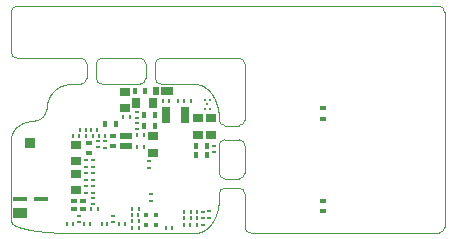
<source format=gtp>
G04*
G04 #@! TF.GenerationSoftware,Altium Limited,Altium Designer,23.10.1 (27)*
G04*
G04 Layer_Color=8421504*
%FSLAX44Y44*%
%MOMM*%
G71*
G04*
G04 #@! TF.SameCoordinates,CCD2D7E0-A0E0-4381-AC8D-D070E886EAC1*
G04*
G04*
G04 #@! TF.FilePolarity,Positive*
G04*
G01*
G75*
%ADD16C,0.0500*%
%ADD17R,0.8500X0.7500*%
%ADD18R,0.4700X0.4200*%
%ADD19C,0.2000*%
%ADD20R,1.0500X0.7000*%
%ADD21R,0.5200X0.7000*%
%ADD22R,0.3000X0.2000*%
%ADD23R,0.2000X0.3000*%
%ADD24R,1.1400X0.5750*%
%ADD25R,0.5500X0.4500*%
%ADD26R,0.4000X0.2300*%
%ADD27R,0.7500X0.8500*%
%ADD28R,0.7500X1.3500*%
%ADD29R,0.4500X0.5500*%
%ADD30R,0.2300X0.4000*%
%ADD31R,1.1500X0.9500*%
%ADD32R,0.9500X0.9500*%
%ADD33R,1.1500X0.4500*%
%ADD34R,0.4000X0.4000*%
G04:AMPARAMS|DCode=35|XSize=0.4mm|YSize=0.4mm|CornerRadius=0.0875mm|HoleSize=0mm|Usage=FLASHONLY|Rotation=90.000|XOffset=0mm|YOffset=0mm|HoleType=Round|Shape=RoundedRectangle|*
%AMROUNDEDRECTD35*
21,1,0.4000,0.2250,0,0,90.0*
21,1,0.2250,0.4000,0,0,90.0*
1,1,0.1750,0.1125,0.1125*
1,1,0.1750,0.1125,-0.1125*
1,1,0.1750,-0.1125,-0.1125*
1,1,0.1750,-0.1125,0.1125*
%
%ADD35ROUNDEDRECTD35*%
D16*
X198000Y143000D02*
G03*
X193000Y148000I-5000J0D01*
G01*
X198000Y33000D02*
G03*
X193000Y38000I-5000J0D01*
G01*
Y46000D02*
G03*
X198000Y51000I0J5000D01*
G01*
X198000Y74000D02*
G03*
X193000Y79000I-5000J0D01*
G01*
X193000Y91000D02*
G03*
X198000Y96000I0J5000D01*
G01*
X198000Y5000D02*
G03*
X203000Y0I5000J0D01*
G01*
X64000Y143000D02*
G03*
X59000Y148000I-5000J0D01*
G01*
X77000D02*
G03*
X72000Y143000I0J-5000D01*
G01*
X0Y153000D02*
G03*
X5000Y148000I5000J0D01*
G01*
X127000Y148000D02*
G03*
X122000Y143000I0J-5000D01*
G01*
X114000D02*
G03*
X109000Y148000I-5000J0D01*
G01*
X5000Y192000D02*
G03*
X0Y187000I0J-5000D01*
G01*
X367000D02*
G03*
X362000Y192000I-5000J0D01*
G01*
Y0D02*
G03*
X367000Y5000I0J5000D01*
G01*
X122000Y131000D02*
G03*
X127000Y126000I5000J0D01*
G01*
X59000D02*
G03*
X64000Y131000I0J5000D01*
G01*
X109000Y126000D02*
G03*
X114000Y131000I0J5000D01*
G01*
X72000Y131000D02*
G03*
X77000Y126000I5000J0D01*
G01*
X181000Y79000D02*
G03*
X176000Y74000I0J-5000D01*
G01*
X176000Y96000D02*
G03*
X181000Y91000I5000J0D01*
G01*
X181000Y38000D02*
G03*
X176000Y33000I0J-5000D01*
G01*
X176000Y51000D02*
G03*
X181000Y46000I5000J0D01*
G01*
X20000Y95000D02*
G03*
X30000Y105000I0J10000D01*
G01*
X0Y153000D02*
X0Y187000D01*
X203000Y0D02*
X362000D01*
X64000Y143045D02*
X64000Y131000D01*
X72000Y143000D02*
X72000Y131000D01*
X114000Y143000D02*
X114000Y131000D01*
X122000Y143000D02*
X122000Y131000D01*
X127000Y148000D02*
X193000D01*
X198000Y143000D02*
X198000Y96000D01*
X181000Y91000D02*
X193000D01*
X192000Y79000D02*
X193000D01*
X181000D02*
X192000D01*
X181000Y46000D02*
X193011D01*
X181000Y38000D02*
X193000D01*
X198000Y5000D02*
Y30000D01*
Y33000D01*
Y51000D02*
Y74000D01*
X77000Y148000D02*
X109000D01*
X5000Y148000D02*
X59000D01*
X5000Y192000D02*
X362000Y192000D01*
X367000Y5000D02*
Y187000D01*
X77000Y126000D02*
X109000D01*
X176000Y51000D02*
Y74000D01*
Y30000D02*
Y33000D01*
X127000Y126000D02*
X156000D01*
X175990Y29058D02*
X175998Y29529D01*
X175879Y26708D02*
X175911Y27177D01*
X175800Y25773D02*
X175842Y26240D01*
X175754Y25307D02*
X175800Y25773D01*
X175842Y26240D02*
X175879Y26708D01*
X175978Y28587D02*
X175990Y29058D01*
X175702Y24842D02*
X175754Y25307D01*
X175646Y24379D02*
X175702Y24842D01*
X175961Y28116D02*
X175978Y28587D01*
X175584Y23916D02*
X175646Y24379D01*
X175938Y27646D02*
X175961Y28116D01*
X175911Y27177D02*
X175938Y27646D01*
X175518Y23456D02*
X175584Y23916D01*
X173215Y14729D02*
X173373Y15136D01*
X173526Y15547D01*
X174228Y17655D02*
X174355Y18086D01*
X174097Y17227D02*
X174228Y17655D01*
X173960Y16802D02*
X174097Y17227D01*
X173053Y14325D02*
X173215Y14729D01*
X172887Y13925D02*
X173053Y14325D01*
X173820Y16380D02*
X173960Y16802D01*
X173675Y15962D02*
X173820Y16380D01*
X173526Y15547D02*
X173675Y15962D01*
X174596Y18956D02*
X174709Y19396D01*
X174922Y20282D02*
X175021Y20729D01*
X175447Y22997D02*
X175518Y23456D01*
X175372Y22539D02*
X175447Y22997D01*
X174818Y19838D02*
X174922Y20282D01*
X174709Y19396D02*
X174818Y19838D01*
X175291Y22084D02*
X175372Y22539D01*
X175206Y21630D02*
X175291Y22084D01*
X174478Y18520D02*
X174596Y18956D01*
X175116Y21179D02*
X175206Y21630D01*
X174355Y18086D02*
X174478Y18520D01*
X175021Y20729D02*
X175116Y21179D01*
X168008Y6010D02*
X168258Y6295D01*
X168748Y6885D02*
X168989Y7188D01*
X170142Y8787D02*
X170362Y9123D01*
X168505Y6587D02*
X168748Y6885D01*
X169918Y8456D02*
X170142Y8787D01*
X168258Y6295D02*
X168505Y6587D01*
X169691Y8131D02*
X169918Y8456D01*
X169460Y7811D02*
X169691Y8131D01*
X167756Y5730D02*
X168008Y6010D01*
X169226Y7497D02*
X169460Y7811D01*
X168989Y7188D02*
X169226Y7497D01*
X170362Y9123D02*
X170579Y9464D01*
X167242Y5188D02*
X167500Y5455D01*
X165909Y3941D02*
X166181Y4178D01*
X165635Y3711D02*
X165909Y3941D01*
X165359Y3487D02*
X165635Y3711D01*
X166980Y4926D02*
X167242Y5188D01*
X166716Y4670D02*
X166980Y4926D01*
X165080Y3270D02*
X165359Y3487D01*
X164799Y3059D02*
X165080Y3270D01*
X166450Y4421D02*
X166716Y4670D01*
X164516Y2855D02*
X164799Y3059D01*
X166181Y4178D02*
X166450Y4421D01*
X167500Y5455D02*
X167756Y5730D01*
X162180Y1468D02*
X162478Y1618D01*
X160363Y723D02*
X160669Y829D01*
X160056Y623D02*
X160363Y723D01*
X161881Y1326D02*
X162180Y1468D01*
X159748Y531D02*
X160056Y623D01*
X161580Y1191D02*
X161881Y1326D01*
X161277Y1063D02*
X161580Y1191D01*
X159439Y447D02*
X159748Y531D01*
X159129Y369D02*
X159439Y447D01*
X160974Y943D02*
X161277Y1063D01*
X160669Y829D02*
X160974Y943D01*
X162478Y1618D02*
X162775Y1774D01*
X172542Y13138D02*
X172716Y13529D01*
X171410Y10877D02*
X171609Y11243D01*
X171208Y10517D02*
X171410Y10877D01*
X172363Y12750D02*
X172542Y13138D01*
X172180Y12366D02*
X172363Y12750D01*
X171002Y10161D02*
X171208Y10517D01*
X170793Y9810D02*
X171002Y10161D01*
X171994Y11987D02*
X172180Y12366D01*
X170579Y9464D02*
X170793Y9810D01*
X171803Y11613D02*
X171994Y11987D01*
X172716Y13529D02*
X172887Y13925D01*
X171609Y11243D02*
X171803Y11613D01*
X156000Y0D02*
X156314Y4D01*
X156628Y15D01*
X156942Y33D01*
X157256Y59D01*
X158507Y237D02*
X158818Y299D01*
X158195Y181D02*
X158507Y237D01*
X157882Y133D02*
X158195Y181D01*
X157569Y93D02*
X157882Y133D01*
X157256Y59D02*
X157569Y93D01*
X158818Y299D02*
X159129Y369D01*
X162775Y1774D02*
X163069Y1937D01*
X163943Y2467D02*
X164230Y2658D01*
X163654Y2284D02*
X163943Y2467D01*
X163363Y2107D02*
X163654Y2284D01*
X163069Y1937D02*
X163363Y2107D01*
X164230Y2658D02*
X164516Y2855D01*
X175998Y29529D02*
X176000Y30000D01*
X175990Y96942D02*
X175998Y96471D01*
X175879Y99292D02*
X175911Y98823D01*
X175800Y100227D02*
X175842Y99760D01*
X175754Y100693D02*
X175800Y100227D01*
X175842Y99760D02*
X175879Y99292D01*
X175978Y97413D02*
X175990Y96942D01*
X175702Y101158D02*
X175754Y100693D01*
X175646Y101621D02*
X175702Y101158D01*
X175961Y97884D02*
X175978Y97413D01*
X175584Y102084D02*
X175646Y101621D01*
X175938Y98354D02*
X175961Y97884D01*
X175911Y98823D02*
X175938Y98354D01*
X175518Y102544D02*
X175584Y102084D01*
X173215Y111271D02*
X173373Y110864D01*
X173526Y110453D01*
X174228Y108345D02*
X174355Y107914D01*
X174097Y108773D02*
X174228Y108345D01*
X173960Y109198D02*
X174097Y108773D01*
X173053Y111675D02*
X173215Y111271D01*
X172887Y112075D02*
X173053Y111675D01*
X173820Y109620D02*
X173960Y109198D01*
X173675Y110038D02*
X173820Y109620D01*
X173526Y110453D02*
X173675Y110038D01*
X174596Y107044D02*
X174709Y106604D01*
X174922Y105717D02*
X175021Y105271D01*
X175447Y103003D02*
X175518Y102544D01*
X175372Y103461D02*
X175447Y103003D01*
X174818Y106162D02*
X174922Y105717D01*
X174709Y106604D02*
X174818Y106162D01*
X175291Y103916D02*
X175372Y103461D01*
X175206Y104370D02*
X175291Y103916D01*
X174478Y107480D02*
X174596Y107044D01*
X175116Y104821D02*
X175206Y104370D01*
X174355Y107914D02*
X174478Y107480D01*
X175021Y105271D02*
X175116Y104821D01*
X168008Y119991D02*
X168258Y119705D01*
X168748Y119115D02*
X168989Y118812D01*
X170142Y117213D02*
X170362Y116877D01*
X168505Y119413D02*
X168748Y119115D01*
X169918Y117544D02*
X170142Y117213D01*
X168258Y119705D02*
X168505Y119413D01*
X169691Y117869D02*
X169918Y117544D01*
X169460Y118189D02*
X169691Y117869D01*
X167756Y120270D02*
X168008Y119991D01*
X169226Y118503D02*
X169460Y118189D01*
X168989Y118812D02*
X169226Y118503D01*
X170362Y116877D02*
X170579Y116536D01*
X167242Y120812D02*
X167500Y120544D01*
X165909Y122059D02*
X166181Y121822D01*
X165635Y122289D02*
X165909Y122059D01*
X165359Y122513D02*
X165635Y122289D01*
X166980Y121074D02*
X167242Y120812D01*
X166716Y121330D02*
X166980Y121074D01*
X165080Y122730D02*
X165359Y122513D01*
X164799Y122941D02*
X165080Y122730D01*
X166450Y121579D02*
X166716Y121330D01*
X164516Y123145D02*
X164799Y122941D01*
X166181Y121822D02*
X166450Y121579D01*
X167500Y120544D02*
X167756Y120270D01*
X162180Y124532D02*
X162478Y124382D01*
X160363Y125277D02*
X160669Y125171D01*
X160056Y125377D02*
X160363Y125277D01*
X161881Y124674D02*
X162180Y124532D01*
X159748Y125469D02*
X160056Y125377D01*
X161580Y124809D02*
X161881Y124674D01*
X161277Y124937D02*
X161580Y124809D01*
X159439Y125553D02*
X159748Y125469D01*
X159129Y125631D02*
X159439Y125553D01*
X160974Y125057D02*
X161277Y124937D01*
X160669Y125171D02*
X160974Y125057D01*
X162478Y124382D02*
X162775Y124226D01*
X172542Y112863D02*
X172716Y112471D01*
X171410Y115123D02*
X171609Y114757D01*
X171208Y115483D02*
X171410Y115123D01*
X172363Y113250D02*
X172542Y112863D01*
X172180Y113633D02*
X172363Y113250D01*
X171002Y115839D02*
X171208Y115483D01*
X170793Y116190D02*
X171002Y115839D01*
X171994Y114012D02*
X172180Y113633D01*
X170579Y116536D02*
X170793Y116190D01*
X171803Y114387D02*
X171994Y114012D01*
X172716Y112471D02*
X172887Y112075D01*
X171609Y114757D02*
X171803Y114387D01*
X156000Y126000D02*
X156314Y125996D01*
X156628Y125985D01*
X156942Y125967D01*
X157256Y125941D01*
X158507Y125763D02*
X158818Y125701D01*
X158195Y125819D02*
X158507Y125763D01*
X157882Y125867D02*
X158195Y125819D01*
X157569Y125907D02*
X157882Y125867D01*
X157256Y125941D02*
X157569Y125907D01*
X158818Y125701D02*
X159129Y125631D01*
X162775Y124226D02*
X163069Y124063D01*
X163943Y123533D02*
X164230Y123342D01*
X163654Y123716D02*
X163943Y123533D01*
X163363Y123893D02*
X163654Y123716D01*
X163069Y124063D02*
X163363Y123893D01*
X164230Y123342D02*
X164516Y123145D01*
X175998Y96471D02*
X176000Y96000D01*
X50000Y126000D02*
X59000D01*
X884Y84411D02*
X979Y84635D01*
X628Y83730D02*
X709Y83958D01*
X415Y83042D02*
X482Y83272D01*
X1405Y85522D02*
X1522Y85740D01*
X2785Y87636D02*
X2947Y87837D01*
X4197Y89194D02*
X4391Y89379D01*
X154Y9215D02*
X222Y9059D01*
X616Y8436D02*
X745Y8281D01*
X4792Y89742D02*
X4998Y89920D01*
X5207Y90095D02*
X5421Y90268D01*
X5858Y90607D02*
X6082Y90772D01*
X6309Y90934D02*
X6540Y91095D01*
X7495Y91706D02*
X7742Y91852D01*
X5099Y5601D02*
X5450Y5460D01*
X9550Y92790D02*
X9819Y92911D01*
X10920Y93365D02*
X11201Y93470D01*
X11484Y93572D01*
X6963Y4910D02*
X7368Y4775D01*
X18118Y94933D02*
X18431Y94954D01*
X19058Y94983D02*
X19372Y94993D01*
X30062Y106648D02*
X30089Y106976D01*
X30121Y107304D02*
X30158Y107632D01*
X30354Y108935D02*
X30415Y109258D01*
X31182Y112114D02*
X31291Y112423D01*
X31405Y112731D02*
X31522Y113036D01*
X31772Y113642D02*
X31904Y113941D01*
X32474Y115117D02*
X32627Y115405D01*
X34590Y118386D02*
X34792Y118638D01*
X33063Y591D02*
X33804Y539D01*
X37992Y121793D02*
X38244Y121989D01*
X38758Y122369D02*
X39020Y122552D01*
X39550Y122905D02*
X39819Y123076D01*
X40641Y123559D02*
X40920Y123711D01*
X43522Y124868D02*
X43820Y124972D01*
X44119Y125072D02*
X44420Y125166D01*
X46860Y20D02*
X47645Y11D01*
X48429Y5D01*
X47805Y125873D02*
X48118Y125907D01*
X48431Y125935D02*
X48744Y125959D01*
X49058Y125977D02*
X49372Y125990D01*
X48744Y125959D02*
X49058Y125977D01*
X1522Y85740D02*
X1645Y85957D01*
X1772Y86173D02*
X1903Y86387D01*
X2325Y87019D02*
X2474Y87226D01*
X0Y80000D02*
X3Y80236D01*
X0Y10000D02*
Y80000D01*
X6Y9843D02*
X25Y9686D01*
X55Y9529D02*
X99Y9372D01*
X222Y9059D02*
X302Y8903D01*
X1571Y7513D02*
X1772Y7361D01*
X3228Y6465D02*
X3511Y6319D01*
X3806Y6173D01*
X4430Y5885D02*
X4759Y5742D01*
X5099Y5601D01*
X9819Y92911D02*
X10091Y93029D01*
X5812Y5321D02*
X6185Y5182D01*
X6568Y5045D01*
X9093Y4250D02*
X9549Y4122D01*
X16252Y94734D02*
X16561Y94777D01*
X11474Y3626D02*
X11980Y3505D01*
X17805Y94909D02*
X18118Y94933D01*
X13018Y3270D02*
X13552Y3155D01*
X18744Y94970D02*
X19058Y94983D01*
X30010Y105660D02*
X30022Y105989D01*
X31078Y111802D02*
X31182Y112114D01*
X23875Y1474D02*
X24548Y1393D01*
X25227Y1314D02*
X25912Y1237D01*
X32180Y114534D02*
X32325Y114826D01*
X30143Y822D02*
X30866Y761D01*
X31594Y702D02*
X32326Y646D01*
X36806Y354D02*
X37566Y314D01*
X39020Y122552D02*
X39283Y122731D01*
X40631Y177D02*
X41403Y149D01*
X45295Y44D02*
X46077Y31D01*
X46871Y125742D02*
X47182Y125791D01*
X47493Y125834D01*
X49215Y1D02*
X50000Y0D01*
X482Y83272D02*
X553Y83502D01*
X246Y82346D02*
X298Y82579D01*
X4391Y89379D02*
X4590Y89561D01*
X4792Y89742D01*
X302Y8903D02*
X394Y8747D01*
X745Y8281D02*
X886Y8126D01*
X7992Y91995D02*
X8244Y92135D01*
X3806Y6173D02*
X4112Y6029D01*
X8758Y92406D02*
X9020Y92537D01*
X4112Y6029D02*
X4430Y5885D01*
X6568Y5045D02*
X6963Y4910D01*
X10016Y3996D02*
X10492Y3871D01*
X10978Y3748D01*
X15331Y94586D02*
X15637Y94639D01*
X15944Y94688D02*
X16252Y94734D01*
X17493Y94882D02*
X17805Y94909D01*
X18431Y94954D02*
X18744Y94970D01*
X14094Y3041D02*
X14645Y2929D01*
X30089Y106976D02*
X30121Y107304D01*
X19979Y2003D02*
X20611Y1910D01*
X30628Y110223D02*
X30709Y110541D01*
X22549Y1642D02*
X23209Y1557D01*
X30794Y110859D02*
X30884Y111175D01*
X30979Y111489D02*
X31078Y111802D01*
X31645Y113340D02*
X31772Y113642D01*
X33458Y116804D02*
X33637Y117075D01*
X34998Y118888D02*
X35207Y119133D01*
X33804Y539D02*
X34549Y489D01*
X36540Y120532D02*
X36774Y120752D01*
X37011Y120969D01*
X38500Y122181D02*
X38758Y122369D01*
X39093Y241D02*
X39861Y208D01*
X44513Y60D02*
X45295Y44D01*
X44420Y125166D02*
X44722Y125256D01*
X46077Y31D02*
X46860Y20D01*
X46252Y125628D02*
X46561Y125687D01*
X1182Y85081D02*
X1291Y85302D01*
X1903Y86387D02*
X2039Y86599D01*
X2180Y86810D01*
X22Y80707D02*
X39Y80942D01*
X3113Y88037D02*
X3284Y88235D01*
X3458Y88431D01*
X4006Y89006D02*
X4197Y89194D01*
X394Y8747D02*
X499Y8591D01*
X1985Y7210D02*
X2210Y7060D01*
X2447Y6910D02*
X2696Y6761D01*
X8244Y92135D02*
X8500Y92272D01*
X10091Y93029D02*
X10365Y93145D01*
X8646Y4379D02*
X9093Y4250D01*
X14119Y94337D02*
X14420Y94404D01*
X16561Y94777D02*
X16871Y94815D01*
X17182Y94850D01*
X15204Y2819D02*
X15773Y2710D01*
X30000Y105000D02*
X30003Y105330D01*
X18129Y2295D02*
X18738Y2196D01*
X19355Y2098D02*
X19979Y2003D01*
X20611Y1910D02*
X21250Y1819D01*
X30553Y109902D02*
X30628Y110223D01*
X31522Y113036D02*
X31645Y113340D01*
X25912Y1237D02*
X26604Y1162D01*
X28711Y952D02*
X29424Y886D01*
X34391Y118130D02*
X34590Y118386D01*
X35207Y119133D02*
X35421Y119375D01*
X35638Y119614D01*
X36082Y120081D02*
X36309Y120308D01*
X35298Y442D02*
X36050Y397D01*
X37011Y120969D02*
X37252Y121181D01*
X39283Y122731D02*
X39550Y122905D01*
X41484Y124001D02*
X41770Y124139D01*
X42057Y124273D01*
X42955Y100D02*
X43733Y79D01*
X44722Y125256D02*
X45026Y125340D01*
X45331Y125420D01*
X48429Y5D02*
X49215Y1D01*
X709Y83958D02*
X794Y84185D01*
X553Y83502D02*
X628Y83730D01*
X89Y81412D02*
X121Y81646D01*
X3Y80236D02*
X10Y80471D01*
X62Y81177D02*
X89Y81412D01*
X3637Y88625D02*
X3820Y88817D01*
X0Y10000D02*
X6Y9843D01*
X3820Y88817D02*
X4006Y89006D01*
X4998Y89920D02*
X5207Y90095D01*
X886Y8126D02*
X1039Y7972D01*
X1772Y7361D02*
X1985Y7210D01*
X2210Y7060D02*
X2447Y6910D01*
X2696Y6761D02*
X2956Y6613D01*
X8500Y92272D02*
X8758Y92406D01*
X9283Y92665D02*
X9550Y92790D01*
X12057Y93766D02*
X12346Y93858D01*
X7784Y4642D02*
X8210Y4510D01*
X14420Y94404D02*
X14723Y94468D01*
X15637Y94639D02*
X15944Y94688D01*
X30199Y107959D02*
X30246Y108285D01*
X21250Y1819D02*
X21896Y1729D01*
X30482Y109581D02*
X30553Y109902D01*
X30709Y110541D02*
X30794Y110859D01*
X30884Y111175D02*
X30979Y111489D01*
X32325Y114826D02*
X32474Y115117D01*
X33284Y116530D02*
X33458Y116804D01*
X34197Y117871D02*
X34391Y118130D01*
X34792Y118638D02*
X34998Y118888D01*
X34549Y489D02*
X35298Y442D01*
X37495Y121389D02*
X37742Y121593D01*
X36050Y397D02*
X36806Y354D01*
X37566Y314D02*
X38328Y276D01*
X42178Y123D02*
X42955Y100D01*
X42638Y124525D02*
X42930Y124644D01*
X43225Y124759D02*
X43522Y124868D01*
X43820Y124972D02*
X44119Y125072D01*
X45637Y125494D02*
X45944Y125564D01*
X46561Y125687D02*
X46871Y125742D01*
X979Y84635D02*
X1078Y84859D01*
X1182Y85081D01*
X1645Y85957D02*
X1772Y86173D01*
X200Y82114D02*
X246Y82346D01*
X121Y81646D02*
X158Y81880D01*
X39Y80942D02*
X62Y81177D01*
X10Y80471D02*
X22Y80707D01*
X5421Y90268D02*
X5638Y90439D01*
X1382Y7666D02*
X1571Y7513D01*
X6540Y91095D02*
X6774Y91252D01*
X7011Y91406D01*
X7251Y91558D01*
X7495Y91706D01*
X2956Y6613D02*
X3228Y6465D01*
X10641Y93257D02*
X10920Y93365D01*
X7368Y4775D02*
X7784Y4642D01*
X12637Y93947D02*
X12931Y94032D01*
X13225Y94113D01*
X13522Y94191D02*
X13820Y94266D01*
X15026Y94529D02*
X15331Y94586D01*
X9549Y4122D02*
X10016Y3996D01*
X10978Y3748D02*
X11474Y3626D01*
X19372Y94993D02*
X19686Y94998D01*
X30003Y105330D02*
X30010Y105660D01*
X30022Y105989D02*
X30040Y106319D01*
X30062Y106648D01*
X18738Y2196D02*
X19355Y2098D01*
X30246Y108285D02*
X30298Y108610D01*
X32947Y115972D02*
X33113Y116252D01*
X29424Y886D02*
X30143Y822D01*
X34006Y117609D02*
X34197Y117871D01*
X30866Y761D02*
X31594Y702D01*
X32326Y646D02*
X33063Y591D01*
X37252Y121181D02*
X37495Y121389D01*
X39819Y123076D02*
X40091Y123241D01*
X42057Y124273D02*
X42346Y124402D01*
X42638Y124525D01*
X42930Y124644D02*
X43225Y124759D01*
X49372Y125990D02*
X49686Y125997D01*
X50000Y0D02*
X156000D01*
X298Y82579D02*
X354Y82811D01*
X2627Y87432D02*
X2785Y87636D01*
X3458Y88431D02*
X3637Y88625D01*
X25Y9686D02*
X55Y9529D01*
X499Y8591D02*
X616Y8436D01*
X5638Y90439D02*
X5858Y90607D01*
X1204Y7819D02*
X1382Y7666D01*
X6082Y90772D02*
X6309Y90934D01*
X9020Y92537D02*
X9283Y92665D01*
X10365Y93145D02*
X10641Y93257D01*
X11770Y93671D02*
X12057Y93766D01*
X12346Y93858D02*
X12637Y93947D01*
X13225Y94113D02*
X13522Y94191D01*
X14723Y94468D02*
X15026Y94529D01*
X11980Y3505D02*
X12494Y3387D01*
X13552Y3155D02*
X14094Y3041D01*
X14645Y2929D02*
X15204Y2819D01*
X15773Y2710D02*
X16349Y2604D01*
X16934Y2499D01*
X30158Y107632D02*
X30199Y107959D01*
X30298Y108610D02*
X30354Y108935D01*
X30415Y109258D02*
X30482Y109581D01*
X21896Y1729D02*
X22549Y1642D01*
X32039Y114239D02*
X32180Y114534D01*
X32627Y115405D02*
X32785Y115690D01*
X27301Y1090D02*
X28003Y1020D01*
X28711Y952D01*
X32785Y115690D02*
X32947Y115972D01*
X35638Y119614D02*
X35858Y119849D01*
X37742Y121593D02*
X37992Y121793D01*
X39861Y208D02*
X40631Y177D01*
X41403Y149D02*
X42178Y123D01*
X40920Y123711D02*
X41201Y123859D01*
X45944Y125564D02*
X46252Y125628D01*
X794Y84185D02*
X884Y84411D01*
X1291Y85302D02*
X1405Y85522D01*
X354Y82811D02*
X415Y83042D01*
X158Y81880D02*
X200Y82114D01*
X2180Y86810D02*
X2325Y87019D01*
X2474Y87226D02*
X2627Y87432D01*
X2947Y87837D02*
X3113Y88037D01*
X99Y9372D02*
X154Y9215D01*
X1039Y7972D02*
X1204Y7819D01*
X7742Y91852D02*
X7992Y91995D01*
X5450Y5460D02*
X5812Y5321D01*
X11484Y93572D02*
X11770Y93671D01*
X8210Y4510D02*
X8646Y4379D01*
X13820Y94266D02*
X14119Y94337D01*
X17182Y94850D02*
X17493Y94882D01*
X12494Y3387D02*
X13018Y3270D01*
X19686Y94998D02*
X20000Y95000D01*
X16934Y2499D02*
X17528Y2396D01*
X18129Y2295D01*
X23209Y1557D02*
X23875Y1474D01*
X31291Y112423D02*
X31405Y112731D01*
X24548Y1393D02*
X25227Y1314D01*
X31904Y113941D02*
X32039Y114239D01*
X26604Y1162D02*
X27301Y1090D01*
X33113Y116252D02*
X33284Y116530D01*
X33637Y117075D02*
X33820Y117344D01*
X34006Y117609D01*
X35858Y119849D02*
X36082Y120081D01*
X36309Y120308D02*
X36540Y120532D01*
X38244Y121989D02*
X38500Y122181D01*
X38328Y276D02*
X39093Y241D01*
X40091Y123241D02*
X40365Y123402D01*
X40641Y123559D01*
X41201Y123859D02*
X41484Y124001D01*
X43733Y79D02*
X44513Y60D01*
X45331Y125420D02*
X45637Y125494D01*
X47493Y125834D02*
X47805Y125873D01*
X48118Y125907D02*
X48431Y125935D01*
X49686Y125997D02*
X50000Y126000D01*
D17*
X55000Y74750D02*
D03*
Y61250D02*
D03*
X95978Y105500D02*
D03*
Y119000D02*
D03*
X55000Y49750D02*
D03*
Y36250D02*
D03*
X120000Y82000D02*
D03*
Y68000D02*
D03*
X169000Y97000D02*
D03*
Y83000D02*
D03*
X158000Y97000D02*
D03*
Y83000D02*
D03*
D18*
X52900Y27350D02*
D03*
Y20650D02*
D03*
X61100Y27350D02*
D03*
Y20650D02*
D03*
D19*
X168000Y113000D02*
D03*
X166000Y109000D02*
D03*
X168000Y105000D02*
D03*
X164000Y113000D02*
D03*
Y105000D02*
D03*
D20*
X131750Y120000D02*
D03*
D21*
X122600D02*
D03*
D22*
X106750Y88000D02*
D03*
Y93500D02*
D03*
X73511Y77905D02*
D03*
Y72405D02*
D03*
X162266Y7173D02*
D03*
Y12673D02*
D03*
Y18173D02*
D03*
X106750Y102750D02*
D03*
Y97250D02*
D03*
X63000Y45250D02*
D03*
Y50750D02*
D03*
X167500Y12750D02*
D03*
Y18250D02*
D03*
X69000Y50750D02*
D03*
Y45250D02*
D03*
X63000Y61750D02*
D03*
Y56250D02*
D03*
X79250Y77750D02*
D03*
Y72250D02*
D03*
X69000Y34250D02*
D03*
Y39750D02*
D03*
X63000D02*
D03*
Y34250D02*
D03*
X116761Y55190D02*
D03*
Y60690D02*
D03*
X172000Y73750D02*
D03*
Y68250D02*
D03*
X118000Y27250D02*
D03*
Y32750D02*
D03*
X69000Y24250D02*
D03*
Y29750D02*
D03*
Y61750D02*
D03*
Y56250D02*
D03*
D23*
X112250Y72750D02*
D03*
X106750D02*
D03*
X146500Y17750D02*
D03*
X152000D02*
D03*
X157500D02*
D03*
X157423Y12342D02*
D03*
X151923D02*
D03*
X146423D02*
D03*
X146215Y7068D02*
D03*
X151715D02*
D03*
X157215D02*
D03*
X152250Y112000D02*
D03*
X146750D02*
D03*
X141250D02*
D03*
X102332Y4440D02*
D03*
X107832D02*
D03*
X107880Y9912D02*
D03*
X102381D02*
D03*
X63750Y87000D02*
D03*
X58250D02*
D03*
X67500D02*
D03*
X73000D02*
D03*
X136500Y4000D02*
D03*
X131000D02*
D03*
X100573Y98078D02*
D03*
X95073D02*
D03*
X96746Y7308D02*
D03*
X91245D02*
D03*
X63500Y81750D02*
D03*
X57750D02*
D03*
X102295Y15106D02*
D03*
X107795D02*
D03*
X112201Y83187D02*
D03*
X106701D02*
D03*
X79750Y82000D02*
D03*
X74250D02*
D03*
X52250Y81750D02*
D03*
X69000D02*
D03*
X67750Y20000D02*
D03*
X73250D02*
D03*
X128250Y112000D02*
D03*
X133750D02*
D03*
X102326Y20268D02*
D03*
X107826D02*
D03*
D24*
X97000Y73625D02*
D03*
Y81875D02*
D03*
D25*
X264000Y18500D02*
D03*
Y27500D02*
D03*
Y96500D02*
D03*
Y105500D02*
D03*
X86250Y73250D02*
D03*
Y82250D02*
D03*
X66000Y67500D02*
D03*
Y76500D02*
D03*
D26*
X86250Y9000D02*
D03*
Y14000D02*
D03*
X57250Y9000D02*
D03*
Y14000D02*
D03*
D27*
X120052Y109781D02*
D03*
X106052D02*
D03*
D28*
X131000Y100000D02*
D03*
X147000D02*
D03*
D29*
X112500D02*
D03*
X121500D02*
D03*
Y91000D02*
D03*
X112500D02*
D03*
X79497Y91895D02*
D03*
X88497D02*
D03*
X156500Y74000D02*
D03*
X165500D02*
D03*
X156500Y66000D02*
D03*
X165500D02*
D03*
X104500Y120000D02*
D03*
X113500D02*
D03*
D30*
X47500Y7250D02*
D03*
X52500D02*
D03*
X76500D02*
D03*
X81500D02*
D03*
X62000D02*
D03*
X67000D02*
D03*
D31*
X7245Y16632D02*
D03*
D32*
X16245Y76632D02*
D03*
D33*
X7245Y29132D02*
D03*
X25245D02*
D03*
D34*
X122250Y6750D02*
D03*
Y15250D02*
D03*
X113750D02*
D03*
D35*
Y6750D02*
D03*
M02*

</source>
